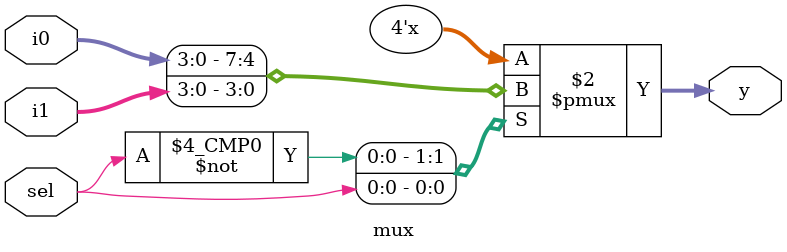
<source format=v>
`timescale 1ns / 1ps

module mux(
input [3:0] i0,
input [3:0] i1,
input sel,
output reg [3:0] y
    );
   
always @(*)
case(sel)
0:y=i0;
1:y=i1;
default: y=0;
endcase  
endmodule

</source>
